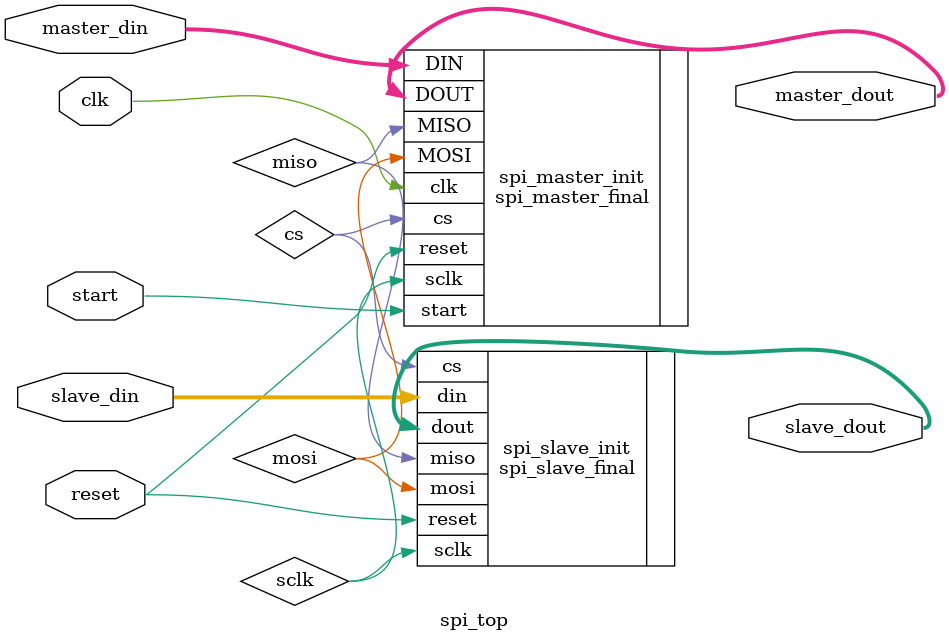
<source format=v>
`timescale 1ns / 1ps


module spi_top(
  input clk,
  input start,
  input reset,
  input [7:0] master_din,
  input [7:0] slave_din,
  output [7:0] master_dout,
  output [7:0] slave_dout 
);
  
  wire sclk, cs, mosi, miso ;
  
  spi_master_final spi_master_init(
    .clk(clk),
    .reset(reset),
    .sclk(sclk),
    .DIN(master_din),
    .MISO(miso),
    .MOSI(mosi),
    .cs(cs),
    .start(start),
    .DOUT(master_dout)
  );
  
  
  spi_slave_final spi_slave_init(
    .sclk(sclk),
    .cs(cs),
    .mosi(mosi),
    .reset(reset),
    .miso(miso),
    .dout(slave_dout),
    .din(slave_din)
  );
  
  
endmodule

</source>
